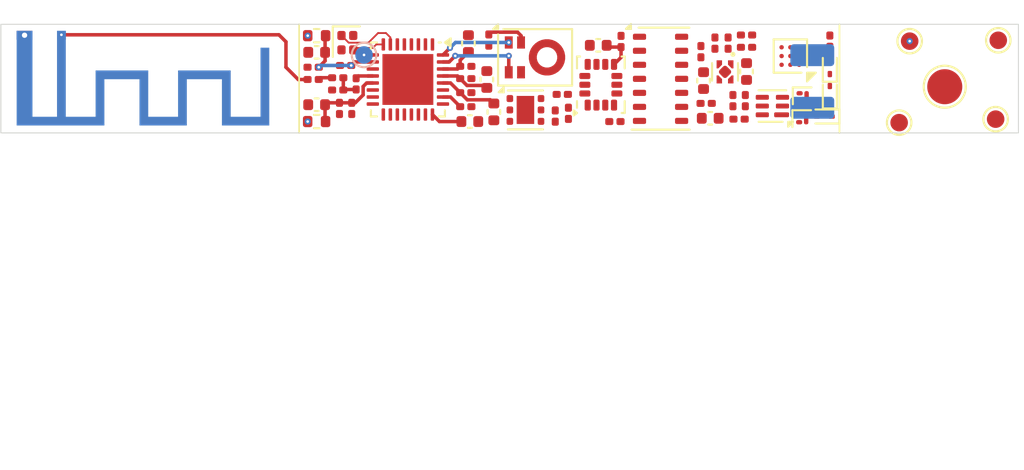
<source format=kicad_pcb>
(kicad_pcb (version 20241229) (generator "pcbnew") (generator_version "9.0")
  (layers (0 "F.Cu" signal) (2 "B.Cu" signal) (13 "F.Paste" user) (15 "B.Paste" user) (5 "F.SilkS" user "F.Silkscreen") (7 "B.SilkS" user "B.Silkscreen") (1 "F.Mask" user) (3 "B.Mask" user) (25 "Edge.Cuts" user))
  (net 0 "")
  (net 1 "VBATT")
  (net 2 "GND")
  (net 3 "VDD")
  (net 4 "tmp_int")
  (net 5 "sda")
  (net 6 "mic_clk")
  (net 7 "rst")
  (net 8 "mic_data")
  (net 9 "battery.N59")
  (net 10 "imu_int1")
  (net 11 "scl")
  (net 12 "bat_low")
  (net 13 "hbt_int")
  (net 14 "hbt.N152")
  (net 15 "imu.N233")
  (net 16 "imu_int2")
  (net 17 "imu.N232")
  (net 18 "battery.bat_qm")
  (net 19 "battery.bat_vm")
  (net 20 "battery.bat_dout")
  (net 21 "batman.batman_vdd_out")
  (net 22 "cpu.decouple")
  (net 23 "battery.bat_cout")
  (net 24 "battery.bat_vss")
  (net 25 "cpu.xin")
  (net 26 "cpu.pavdd")
  (net 27 "cpu.ant.out3")
  (net 28 "batman.bin")
  (net 29 "cpu.ant.out2")
  (net 30 "cpu.rfvdd")
  (net 31 "cpu.xout")
  (net 32 "cpu.ant.out1")
  (net 33 "cpu.ant")
  (net 34 "battery.bat2")
  (net 35 "N380")
  (net 36 "N386")
  (net 37 "N383")
  (net 38 "N385")
  (net 39 "N379")
  (net 40 "N387")
  (net 41 "cpu.N520")
  (net 42 "N382")
  (net 43 "N381")
  (net 44 "N384")
  (footprint "C_0201_0603Metric:C_0201_0603Metric" (layer "F.Cu") (at 137.8 83.15 180)
    (property "Reference" "C13" (hide yes))
    (property "Value" "18pF" (hide yes))
    (pad "1" smd roundrect (at -0.32 0 180) (size 0.46 0.4) (layers "F.Cu" "F.Mask") (net 29 "cpu.ant.out2"))
    (pad "2" smd roundrect (at 0.32 0 180) (size 0.46 0.4) (layers "F.Cu" "F.Mask") (net 27 "cpu.ant.out3"))
  )
  (footprint "C_0402_1005Metric:C_0402_1005Metric" (layer "F.Cu") (at 147.7 83.15 90)
    (property "Reference" "C8" (hide yes))
    (property "Value" "1uF" (hide yes))
    (fp_line (start -0.107836 -0.36) (end 0.107836 -0.36) (stroke (width 0.12)) (layer "F.SilkS"))
    (fp_line (start -0.107836 0.36) (end 0.107836 0.36) (stroke (width 0.12)) (layer "F.SilkS"))
    (pad "1" smd roundrect (at -0.48 0 90) (size 0.56 0.62) (layers "F.Cu" "F.Mask" "F.Paste") (net 3 "VDD"))
    (pad "2" smd roundrect (at 0.48 0 90) (size 0.56 0.62) (layers "F.Cu" "F.Mask" "F.Paste") (net 2 "GND"))
  )
  (footprint "D_SOD-923:D_SOD-923" (layer "F.Cu") (at 166.9325 85.2625 180)
    (property "Reference" "U12" (hide yes))
    (property "Value" "?" (hide yes))
    (fp_line (start 0.5 0.4) (end -0.86 0.4) (stroke (width 0.12)) (layer "F.SilkS"))
    (fp_line (start 0.5 -0.4) (end -0.86 -0.4) (stroke (width 0.12)) (layer "F.SilkS"))
    (fp_line (start -0.86 -0.4) (end -0.86 0.4) (stroke (width 0.12)) (layer "F.SilkS"))
    (pad "1" smd roundrect (at -0.42 0) (size 0.36 0.25) (layers "F.Cu" "F.Mask" "F.Paste") (net 5 "sda"))
    (pad "2" smd roundrect (at 0.42 0) (size 0.36 0.25) (layers "F.Cu" "F.Mask" "F.Paste") (net 2 "GND"))
  )
  (footprint "C_0201_0603Metric:C_0201_0603Metric" (layer "F.Cu") (at 139.2 83.75 180)
    (property "Reference" "C12" (hide yes))
    (property "Value" "1.6pF" (hide yes))
    (pad "1" smd roundrect (at -0.32 0 180) (size 0.46 0.4) (layers "F.Cu" "F.Mask") (net 32 "cpu.ant.out1"))
    (pad "2" smd roundrect (at 0.32 0 180) (size 0.46 0.4) (layers "F.Cu" "F.Mask") (net 2 "GND"))
  )
  (footprint "Crystal_SMD_1210-4Pin_1.2x1.0mm:Crystal_SMD_1210-4Pin_1.2x1.0mm" (layer "F.Cu") (at 139.75 81.05)
    (property "Reference" "Y1" (hide yes))
    (property "Value" "38.4MHz" (hide yes))
    (fp_line (start -0.83 -0.93) (end -0.83 0.81) (stroke (width 0.12)) (layer "F.SilkS"))
    (fp_line (start 0.71 -0.93) (end -0.83 -0.93) (stroke (width 0.12)) (layer "F.SilkS"))
    (pad "1" smd roundrect (at -0.335 -0.41 270) (size 0.52 0.47) (layers "F.Cu" "F.Mask" "F.Paste") (net 25 "cpu.xin"))
    (pad "2" smd roundrect (at -0.335 0.41 270) (size 0.52 0.47) (layers "F.Cu" "F.Mask" "F.Paste") (net 2 "GND"))
    (pad "3" smd roundrect (at 0.335 0.41 270) (size 0.52 0.47) (layers "F.Cu" "F.Mask" "F.Paste") (net 31 "cpu.xout"))
    (pad "4" smd roundrect (at 0.335 -0.41 270) (size 0.52 0.47) (layers "F.Cu" "F.Mask" "F.Paste") (net 2 "GND"))
  )
  (footprint "R_0201_0603Metric:R_0201_0603Metric" (layer "F.Cu") (at 152 84 180)
    (property "Reference" "R1" (hide yes))
    (property "Value" "4.7k" (hide yes))
    (pad "1" smd roundrect (at -0.32 0 180) (size 0.46 0.4) (layers "F.Cu" "F.Mask") (net 3 "VDD"))
    (pad "2" smd roundrect (at 0.32 0 180) (size 0.46 0.4) (layers "F.Cu" "F.Mask") (net 5 "sda"))
  )
  (footprint "C_0201_0603Metric:C_0201_0603Metric" (layer "F.Cu") (at 162.5025 80.6125 180)
    (property "Reference" "C1" (hide yes))
    (property "Value" "1uF" (hide yes))
    (pad "1" smd roundrect (at -0.32 0 180) (size 0.46 0.4) (layers "F.Cu" "F.Mask") (net 1 "VBATT"))
    (pad "2" smd roundrect (at 0.32 0 180) (size 0.46 0.4) (layers "F.Cu" "F.Mask") (net 2 "GND"))
  )
  (footprint "Maxim_OLGA-14_3.3x5.6mm_P0.8mm:Maxim_OLGA-14_3.3x5.6mm_P0.8mm" (layer "F.Cu") (at 157.6025 83.1125)
    (property "Reference" "U8" (hide yes))
    (property "Value" "?" (hide yes))
    (fp_line (start -1.25 -2.92) (end 1.64 -2.92) (stroke (width 0.12)) (layer "F.SilkS"))
    (fp_line (start 1.66 2.9) (end -1.65 2.9) (stroke (width 0.12)) (layer "F.SilkS"))
    (fp_poly (pts (xy -1.69 -2.85) (xy -1.97 -2.85) (xy -1.69 -3.13) (xy -1.69 -2.85)) (stroke (width 0.12)) (fill yes) (layer "F.SilkS"))
    (pad "1" smd roundrect (at -1.2 -2.4) (size 0.75 0.35) (layers "F.Cu" "F.Mask" "F.Paste") (net 14 "hbt.N152"))
    (pad "2" smd roundrect (at -1.2 -1.6) (size 0.75 0.35) (layers "F.Cu" "F.Mask" "F.Paste") (net 11 "scl"))
    (pad "3" smd roundrect (at -1.2 -0.8) (size 0.75 0.35) (layers "F.Cu" "F.Mask" "F.Paste") (net 5 "sda"))
    (pad "4" smd roundrect (at -1.2 0) (size 0.75 0.35) (layers "F.Cu" "F.Mask" "F.Paste") (net 2 "GND"))
    (pad "5" smd roundrect (at -1.2 0.8) (size 0.75 0.35) (layers "F.Cu" "F.Mask" "F.Paste") (net 14 "hbt.N152"))
    (pad "6" smd roundrect (at -1.2 1.6) (size 0.75 0.35) (layers "F.Cu" "F.Mask" "F.Paste") (net 14 "hbt.N152"))
    (pad "7" smd roundrect (at -1.2 2.4) (size 0.75 0.35) (layers "F.Cu" "F.Mask" "F.Paste") (net 14 "hbt.N152"))
    (pad "8" smd roundrect (at 1.2 2.4) (size 0.75 0.35) (layers "F.Cu" "F.Mask" "F.Paste") (net 14 "hbt.N152"))
    (pad "9" smd roundrect (at 1.2 1.6) (size 0.75 0.35) (layers "F.Cu" "F.Mask" "F.Paste") (net 1 "VBATT"))
    (pad "10" smd roundrect (at 1.2 0.8) (size 0.75 0.35) (layers "F.Cu" "F.Mask" "F.Paste") (net 1 "VBATT"))
    (pad "11" smd roundrect (at 1.2 0) (size 0.75 0.35) (layers "F.Cu" "F.Mask" "F.Paste") (net 3 "VDD"))
    (pad "12" smd roundrect (at 1.2 -0.8) (size 0.75 0.35) (layers "F.Cu" "F.Mask" "F.Paste") (net 2 "GND"))
    (pad "13" smd roundrect (at 1.2 -1.6) (size 0.75 0.35) (layers "F.Cu" "F.Mask" "F.Paste") (net 13 "hbt_int"))
    (pad "14" smd roundrect (at 1.2 -2.4) (size 0.75 0.35) (layers "F.Cu" "F.Mask" "F.Paste") (net 14 "hbt.N152"))
  )
  (footprint "Texas_PicoStar_DFN-3_0.69x0.60mm:Texas_PicoStar_DFN-3_0.69x0.60mm" (layer "F.Cu") (at 165.6775 85.4125)
    (property "Reference" "U4" (hide yes))
    (property "Value" "?" (hide yes))
    (fp_line (start -0.56 -0.51) (end 0.5 -0.51) (stroke (width 0.12)) (layer "F.SilkS"))
    (fp_line (start -0.56 0.45) (end -0.56 -0.51) (stroke (width 0.12)) (layer "F.SilkS"))
    (pad "1" smd roundrect (at -0.175 -0.175) (size 0.35 0.25) (layers "F.Cu" "F.Mask") (roundrect_rratio 0.4) (net 23 "battery.bat_cout"))
    (pad "2" smd roundrect (at -0.175 0.175) (size 0.35 0.25) (layers "F.Cu" "F.Mask") (roundrect_rratio 0.4) (net 2 "GND"))
    (pad "3" smd roundrect (at 0.225 0) (size 0.25 0.6) (layers "F.Cu" "F.Mask" "F.Paste") (roundrect_rratio 0.4) (net 18 "battery.bat_qm"))
  )
  (footprint "C_0402_1005Metric:C_0402_1005Metric" (layer "F.Cu") (at 162.5025 82.695179 90)
    (property "Reference" "C29" (hide yes))
    (property "Value" "1uF" (hide yes))
    (fp_line (start -0.107836 -0.36) (end 0.107836 -0.36) (stroke (width 0.12)) (layer "F.SilkS"))
    (fp_line (start -0.107836 0.36) (end 0.107836 0.36) (stroke (width 0.12)) (layer "F.SilkS"))
    (pad "1" smd roundrect (at -0.48 0 90) (size 0.56 0.62) (layers "F.Cu" "F.Mask" "F.Paste") (net 1 "VBATT"))
    (pad "2" smd roundrect (at 0.48 0 90) (size 0.56 0.62) (layers "F.Cu" "F.Mask" "F.Paste") (net 2 "GND"))
  )
  (footprint "L_0201_0603Metric:L_0201_0603Metric" (layer "F.Cu") (at 140.25 83.4 -90)
    (property "Reference" "L1" (hide yes))
    (property "Value" "2nH" (hide yes))
    (pad "1" smd roundrect (at -0.32 0 270) (size 0.46 0.4) (layers "F.Cu" "F.Mask") (net 33 "cpu.ant"))
    (pad "2" smd roundrect (at 0.32 0 270) (size 0.46 0.4) (layers "F.Cu" "F.Mask") (net 32 "cpu.ant.out1"))
  )
  (footprint "D_SOD-923:D_SOD-923" (layer "F.Cu") (at 167.2525 82.42 90)
    (property "Reference" "U11" (hide yes))
    (property "Value" "?" (hide yes))
    (fp_line (start 0.5 -0.4) (end -0.86 -0.4) (stroke (width 0.12)) (layer "F.SilkS"))
    (fp_line (start -0.86 -0.4) (end -0.86 0.4) (stroke (width 0.12)) (layer "F.SilkS"))
    (fp_line (start 0.5 0.4) (end -0.86 0.4) (stroke (width 0.12)) (layer "F.SilkS"))
    (pad "1" smd roundrect (at -0.42 0 270) (size 0.36 0.25) (layers "F.Cu" "F.Mask" "F.Paste") (net 1 "VBATT"))
    (pad "2" smd roundrect (at 0.42 0 270) (size 0.36 0.25) (layers "F.Cu" "F.Mask" "F.Paste") (net 2 "GND"))
  )
  (footprint "LGA-14_3x2.5mm_P0.5mm_LayoutBorder3x4y:LGA-14_3x2.5mm_P0.5mm_LayoutBorder3x4y" (layer "F.Cu") (at 154.2 83.45 90)
    (property "Reference" "U9" (hide yes))
    (property "Value" "?" (hide yes))
    (fp_line (start 1.61 -1.36) (end 1.61 -1.185) (stroke (width 0.12)) (layer "F.SilkS"))
    (fp_line (start 0.935 -1.36) (end 1.61 -1.36) (stroke (width 0.12)) (layer "F.SilkS"))
    (fp_line (start -0.935 -1.36) (end -1.31 -1.36) (stroke (width 0.12)) (layer "F.SilkS"))
    (fp_line (start 1.61 1.36) (end 1.61 1.185) (stroke (width 0.12)) (layer "F.SilkS"))
    (fp_line (start 0.935 1.36) (end 1.61 1.36) (stroke (width 0.12)) (layer "F.SilkS"))
    (fp_line (start -0.935 1.36) (end -1.61 1.36) (stroke (width 0.12)) (layer "F.SilkS"))
    (fp_line (start -1.61 1.36) (end -1.61 1.185) (stroke (width 0.12)) (layer "F.SilkS"))
    (fp_poly (pts (xy -1.61 -1.36) (xy -1.75 -1.55) (xy -1.47 -1.55) (xy -1.61 -1.36)) (stroke (width 0.12)) (fill yes) (layer "F.SilkS"))
    (pad "1" smd roundrect (at -1.1625 -0.75 90) (size 0.625 0.35) (layers "F.Cu" "F.Mask" "F.Paste") (net 2 "GND"))
    (pad "2" smd roundrect (at -1.1625 -0.25 90) (size 0.625 0.35) (layers "F.Cu" "F.Mask" "F.Paste") (net 2 "GND"))
    (pad "3" smd roundrect (at -1.1625 0.25 90) (size 0.625 0.35) (layers "F.Cu" "F.Mask" "F.Paste") (net 2 "GND"))
    (pad "4" smd roundrect (at -1.1625 0.75 90) (size 0.625 0.35) (layers "F.Cu" "F.Mask" "F.Paste") (net 10 "imu_int1"))
    (pad "5" smd roundrect (at -0.5 0.9125 90) (size 0.35 0.625) (layers "F.Cu" "F.Mask" "F.Paste") (net 3 "VDD"))
    (pad "6" smd roundrect (at 0 0.9125 90) (size 0.35 0.625) (layers "F.Cu" "F.Mask" "F.Paste") (net 2 "GND"))
    (pad "7" smd roundrect (at 0.5 0.9125 90) (size 0.35 0.625) (layers "F.Cu" "F.Mask" "F.Paste") (net 2 "GND"))
    (pad "8" smd roundrect (at 1.1625 0.75 90) (size 0.625 0.35) (layers "F.Cu" "F.Mask" "F.Paste") (net 3 "VDD"))
    (pad "9" smd roundrect (at 1.1625 0.25 90) (size 0.625 0.35) (layers "F.Cu" "F.Mask" "F.Paste") (net 16 "imu_int2"))
    (pad "10" smd roundrect (at 1.1625 -0.25 90) (size 0.625 0.35) (layers "F.Cu" "F.Mask" "F.Paste") (net 17 "imu.N232"))
    (pad "11" smd roundrect (at 1.1625 -0.75 90) (size 0.625 0.35) (layers "F.Cu" "F.Mask" "F.Paste") (net 15 "imu.N233"))
    (pad "12" smd roundrect (at 0.5 -0.9125 90) (size 0.35 0.625) (layers "F.Cu" "F.Mask" "F.Paste") (net 3 "VDD"))
    (pad "13" smd roundrect (at 0 -0.9125 90) (size 0.35 0.625) (layers "F.Cu" "F.Mask" "F.Paste") (net 11 "scl"))
    (pad "14" smd roundrect (at -0.5 -0.9125 90) (size 0.35 0.625) (layers "F.Cu" "F.Mask" "F.Paste") (net 5 "sda"))
  )
  (footprint "C_0201_0603Metric:C_0201_0603Metric" (layer "F.Cu") (at 146.5 82.4)
    (property "Reference" "C11" (hide yes))
    (property "Value" "100nF" (hide yes))
    (pad "1" smd roundrect (at -0.32 0) (size 0.46 0.4) (layers "F.Cu" "F.Mask") (net 3 "VDD"))
    (pad "2" smd roundrect (at 0.32 0) (size 0.46 0.4) (layers "F.Cu" "F.Mask") (net 2 "GND"))
  )
  (footprint "C_0201_0603Metric:C_0201_0603Metric" (layer "F.Cu") (at 146.5 83.1)
    (property "Reference" "C9" (hide yes))
    (property "Value" "10nF" (hide yes))
    (pad "1" smd roundrect (at -0.32 0) (size 0.46 0.4) (layers "F.Cu" "F.Mask") (net 3 "VDD"))
    (pad "2" smd roundrect (at 0.32 0) (size 0.46 0.4) (layers "F.Cu" "F.Mask") (net 2 "GND"))
  )
  (footprint "C_0201_0603Metric:C_0201_0603Metric" (layer "F.Cu") (at 140 84.8 -90)
    (property "Reference" "C14" (hide yes))
    (property "Value" "120pF" (hide yes))
    (pad "1" smd roundrect (at -0.32 0 270) (size 0.46 0.4) (layers "F.Cu" "F.Mask") (net 26 "cpu.pavdd"))
    (pad "2" smd roundrect (at 0.32 0 270) (size 0.46 0.4) (layers "F.Cu" "F.Mask") (net 2 "GND"))
  )
  (footprint "R_0402_1005Metric:R_0402_1005Metric" (layer "F.Cu") (at 138 80.65)
    (property "Reference" "FB2" (hide yes))
    (property "Value" "0 0Hz" (hide yes))
    (fp_line (start -0.153641 -0.38) (end 0.153641 -0.38) (stroke (width 0.12)) (layer "F.SilkS"))
    (fp_line (start -0.153641 0.38) (end 0.153641 0.38) (stroke (width 0.12)) (layer "F.SilkS"))
    (pad "1" smd roundrect (at -0.51 0) (size 0.54 0.64) (layers "F.Cu" "F.Mask" "F.Paste") (net 3 "VDD"))
    (pad "2" smd roundrect (at 0.51 0) (size 0.54 0.64) (layers "F.Cu" "F.Mask" "F.Paste") (net 30 "cpu.rfvdd"))
  )
  (footprint "Infineon_PG-LLGA-5-1:Infineon_PG-LLGA-5-1" (layer "F.Cu") (at 150.45 81.8875)
    (property "Reference" "U10" (hide yes))
    (property "Value" "?" (hide yes))
    (fp_line (start -2.11 1.61) (end -2.11 -1.31) (stroke (width 0.12)) (layer "F.SilkS"))
    (fp_line (start -1.81 -1.61) (end 2.11 -1.61) (stroke (width 0.12)) (layer "F.SilkS"))
    (fp_line (start 2.11 -1.61) (end 2.11 1.61) (stroke (width 0.12)) (layer "F.SilkS"))
    (fp_line (start 2.11 1.61) (end -2.11 1.61) (stroke (width 0.12)) (layer "F.SilkS"))
    (fp_poly (pts (xy -2.11 -1.61) (xy -2.39 -1.61) (xy -2.11 -1.89) (xy -2.11 -1.61)) (stroke (width 0.12)) (fill yes) (layer "F.SilkS"))
    (pad "" np_thru_hole circle (at 0.68 0) (size 0.8 0.8) (drill 0.8) (layers "*.Cu" "*.Mask"))
    (pad "1" smd rect (at -1.5 -0.85) (size 0.45 0.7) (layers "F.Cu" "F.Mask") (net 8 "mic_data"))
    (pad "2" smd rect (at -0.8 -0.85) (size 0.45 0.7) (layers "F.Cu" "F.Mask") (net 3 "VDD"))
    (pad "3" smd rect (at -1.5 0.85) (size 0.45 0.7) (layers "F.Cu" "F.Mask") (net 6 "mic_clk"))
    (pad "4" smd rect (at -0.8 0.85) (size 0.45 0.7) (layers "F.Cu" "F.Mask") (net 2 "GND"))
    (pad "5" smd custom (at 0.68 -0.81) (size 0.4 0.4) (layers "F.Cu" "F.Mask") (net 2 "GND") (options (clearance outline) (anchor circle)) (primitives (gr_circle (center 0 0.81) (end 0.81 0.81) (width 0.46) (fill no))))
  )
  (footprint "D_SOD-923:D_SOD-923" (layer "F.Cu") (at 167.2525 83.9425 90)
    (property "Reference" "U13" (hide yes))
    (property "Value" "?" (hide yes))
    (fp_line (start 0.5 -0.4) (end -0.86 -0.4) (stroke (width 0.12)) (layer "F.SilkS"))
    (fp_line (start -0.86 -0.4) (end -0.86 0.4) (stroke (width 0.12)) (layer "F.SilkS"))
    (fp_line (start 0.5 0.4) (end -0.86 0.4) (stroke (width 0.12)) (layer "F.SilkS"))
    (pad "1" smd roundrect (at -0.42 0 270) (size 0.36 0.25) (layers "F.Cu" "F.Mask" "F.Paste") (net 11 "scl"))
    (pad "2" smd roundrect (at 0.42 0 270) (size 0.36 0.25) (layers "F.Cu" "F.Mask" "F.Paste") (net 2 "GND"))
  )
  (footprint "L_0201_0603Metric:L_0201_0603Metric" (layer "F.Cu") (at 139.2 83.05 180)
    (property "Reference" "L2" (hide yes))
    (property "Value" "3.2nH" (hide yes))
    (pad "1" smd roundrect (at -0.32 0 180) (size 0.46 0.4) (layers "F.Cu" "F.Mask") (net 32 "cpu.ant.out1"))
    (pad "2" smd roundrect (at 0.32 0 180) (size 0.46 0.4) (layers "F.Cu" "F.Mask") (net 29 "cpu.ant.out2"))
  )
  (footprint "C_0201_0603Metric:C_0201_0603Metric" (layer "F.Cu") (at 155 85.55 180)
    (property "Reference" "C24" (hide yes))
    (property "Value" "100nF" (hide yes))
    (pad "1" smd roundrect (at -0.32 0 180) (size 0.46 0.4) (layers "F.Cu" "F.Mask") (net 3 "VDD"))
    (pad "2" smd roundrect (at 0.32 0 180) (size 0.46 0.4) (layers "F.Cu" "F.Mask") (net 2 "GND"))
  )
  (footprint "C_0201_0603Metric:C_0201_0603Metric" (layer "F.Cu") (at 160.2025 84.5125)
    (property "Reference" "C21" (hide yes))
    (property "Value" "100nF" (hide yes))
    (pad "1" smd roundrect (at -0.32 0) (size 0.46 0.4) (layers "F.Cu" "F.Mask") (net 1 "VBATT"))
    (pad "2" smd roundrect (at 0.32 0) (size 0.46 0.4) (layers "F.Cu" "F.Mask") (net 2 "GND"))
  )
  (footprint "C_0201_0603Metric:C_0201_0603Metric" (layer "F.Cu") (at 137.8 82.45 180)
    (property "Reference" "C18" (hide yes))
    (property "Value" "100nF" (hide yes))
    (pad "1" smd roundrect (at -0.32 0 180) (size 0.46 0.4) (layers "F.Cu" "F.Mask") (net 30 "cpu.rfvdd"))
    (pad "2" smd roundrect (at 0.32 0 180) (size 0.46 0.4) (layers "F.Cu" "F.Mask") (net 2 "GND"))
  )
  (footprint "C_0201_0603Metric:C_0201_0603Metric" (layer "F.Cu") (at 159.9025 81.5625 90)
    (property "Reference" "C23" (hide yes))
    (property "Value" "100nF" (hide yes))
    (pad "1" smd roundrect (at -0.32 0 90) (size 0.46 0.4) (layers "F.Cu" "F.Mask") (net 3 "VDD"))
    (pad "2" smd roundrect (at 0.32 0 90) (size 0.46 0.4) (layers "F.Cu" "F.Mask") (net 2 "GND"))
  )
  (footprint "R_0201_0603Metric:R_0201_0603Metric" (layer "F.Cu") (at 161.7275 84.3575 -90)
    (property "Reference" "R5" (hide yes))
    (property "Value" "330" (hide yes))
    (pad "1" smd roundrect (at -0.32 0 270) (size 0.46 0.4) (layers "F.Cu" "F.Mask") (net 1 "VBATT"))
    (pad "2" smd roundrect (at 0.32 0 270) (size 0.46 0.4) (layers "F.Cu" "F.Mask") (net 34 "battery.bat2"))
  )
  (footprint "C_0201_0603Metric:C_0201_0603Metric" (layer "F.Cu") (at 146.5 84.7)
    (property "Reference" "C7" (hide yes))
    (property "Value" "100nF" (hide yes))
    (pad "1" smd roundrect (at -0.32 0) (size 0.46 0.4) (layers "F.Cu" "F.Mask") (net 3 "VDD"))
    (pad "2" smd roundrect (at 0.32 0) (size 0.46 0.4) (layers "F.Cu" "F.Mask") (net 2 "GND"))
  )
  (footprint "WSON-6-1EP_2x2mm_P0.65mm_EP1x1.6mm:WSON-6-1EP_2x2mm_P0.65mm_EP1x1.6mm" (layer "F.Cu") (at 149.9 84.8875)
    (property "Reference" "U14" (hide yes))
    (property "Value" "?" (hide yes))
    (fp_line (start -1 -1.11) (end 1 -1.11) (stroke (width 0.12)) (layer "F.SilkS"))
    (fp_line (start -1 1.11) (end 1 1.11) (stroke (width 0.12)) (layer "F.SilkS"))
    (fp_poly (pts (xy -1.24 -1.01) (xy -1.52 -1.01) (xy -1.24 -1.29) (xy -1.24 -1.01)) (stroke (width 0.12)) (fill yes) (layer "F.SilkS"))
    (pad "1" smd roundrect (at -0.8875 -0.65) (size 0.375 0.4) (layers "F.Cu" "F.Mask" "F.Paste") (net 11 "scl"))
    (pad "2" smd roundrect (at -0.8875 0) (size 0.375 0.4) (layers "F.Cu" "F.Mask" "F.Paste") (net 2 "GND"))
    (pad "3" smd roundrect (at -0.8875 0.65) (size 0.375 0.4) (layers "F.Cu" "F.Mask" "F.Paste") (net 4 "tmp_int"))
    (pad "4" smd roundrect (at 0.8875 0.65) (size 0.375 0.4) (layers "F.Cu" "F.Mask" "F.Paste") (net 2 "GND"))
    (pad "5" smd roundrect (at 0.8875 0) (size 0.375 0.4) (layers "F.Cu" "F.Mask" "F.Paste") (net 3 "VDD"))
    (pad "6" smd roundrect (at 0.8875 -0.65) (size 0.375 0.4) (layers "F.Cu" "F.Mask" "F.Paste") (net 5 "sda"))
    (pad "7" smd rect (at 0 0) (size 1 1.6) (property pad_prop_heatsink) (layers "F.Cu" "F.Mask"))
  )
  (footprint "TestPoint_Pad_D2.0mm:TestPoint_Pad_D2.0mm" (layer "F.Cu") (at 173.8025 83.5625)
    (property "Reference" "TP2" (hide yes))
    (property "Value" " " (hide yes))
    (fp_circle (center 0 0) (end 0 1.2) (stroke (width 0.12)) (fill no) (layer "F.SilkS"))
    (pad "1" smd circle (at 0 0) (size 2 2) (layers "F.Cu" "F.Mask") (net 1 "VBATT"))
  )
  (footprint "Texas_PicoStar_DFN-3_0.69x0.60mm:Texas_PicoStar_DFN-3_0.69x0.60mm" (layer "F.Cu") (at 165.7025 84.1125)
    (property "Reference" "U3" (hide yes))
    (property "Value" "?" (hide yes))
    (fp_line (start -0.56 -0.51) (end 0.5 -0.51) (stroke (width 0.12)) (layer "F.SilkS"))
    (fp_line (start -0.56 0.45) (end -0.56 -0.51) (stroke (width 0.12)) (layer "F.SilkS"))
    (pad "1" smd roundrect (at -0.175 -0.175) (size 0.35 0.25) (layers "F.Cu" "F.Mask") (roundrect_rratio 0.4) (net 20 "battery.bat_dout"))
    (pad "2" smd roundrect (at -0.175 0.175) (size 0.35 0.25) (layers "F.Cu" "F.Mask") (roundrect_rratio 0.4) (net 24 "battery.bat_vss"))
    (pad "3" smd roundrect (at 0.225 0) (size 0.25 0.6) (layers "F.Cu" "F.Mask" "F.Paste") (roundrect_rratio 0.4) (net 18 "battery.bat_qm"))
  )
  (footprint "WSON-6_1.5x1.5mm_P0.5mm:WSON-6_1.5x1.5mm_P0.5mm" (layer "F.Cu") (at 163.9775 84.665 180)
    (property "Reference" "U5" (hide yes))
    (property "Value" "?" (hide yes))
    (fp_line (start -0.58 -0.9) (end 0.78 -0.9) (stroke (width 0.12)) (layer "F.SilkS"))
    (fp_line (start -0.785 0.9) (end 0.785 0.9) (stroke (width 0.12)) (layer "F.SilkS"))
    (fp_poly (pts (xy -0.9 -0.9) (xy -1.18 -0.9) (xy -0.9 -1.18) (xy -0.9 -0.9)) (stroke (width 0.12)) (fill yes) (layer "F.SilkS"))
    (pad "1" smd roundrect (at -0.525 -0.5 90) (size 0.28 0.85) (layers "F.Cu" "F.Mask" "F.Paste") (net 9 "battery.N59"))
    (pad "2" smd roundrect (at -0.575 0 90) (size 0.28 0.75) (layers "F.Cu" "F.Mask" "F.Paste") (net 23 "battery.bat_cout"))
    (pad "3" smd roundrect (at -0.575 0.5 90) (size 0.28 0.75) (layers "F.Cu" "F.Mask" "F.Paste") (net 20 "battery.bat_dout"))
    (pad "4" smd roundrect (at 0.575 0.5 90) (size 0.28 0.75) (layers "F.Cu" "F.Mask" "F.Paste") (net 24 "battery.bat_vss"))
    (pad "5" smd roundrect (at 0.575 0 90) (size 0.28 0.75) (layers "F.Cu" "F.Mask" "F.Paste") (net 34 "battery.bat2"))
    (pad "6" smd roundrect (at 0.575 -0.5 90) (size 0.28 0.75) (layers "F.Cu" "F.Mask" "F.Paste") (net 19 "battery.bat_vm"))
  )
  (footprint "C_0402_1005Metric:C_0402_1005Metric" (layer "F.Cu") (at 137.997857 84.5875 180)
    (property "Reference" "C16" (hide yes))
    (property "Value" "1uF" (hide yes))
    (fp_line (start -0.107836 0.36) (end 0.107836 0.36) (stroke (width 0.12)) (layer "F.SilkS"))
    (fp_line (start -0.107836 -0.36) (end 0.107836 -0.36) (stroke (width 0.12)) (layer "F.SilkS"))
    (pad "1" smd roundrect (at -0.48 0 180) (size 0.56 0.62) (layers "F.Cu" "F.Mask" "F.Paste") (net 26 "cpu.pavdd"))
    (pad "2" smd roundrect (at 0.48 0 180) (size 0.56 0.62) (layers "F.Cu" "F.Mask" "F.Paste") (net 2 "GND"))
  )
  (footprint "C_0402_1005Metric:C_0402_1005Metric" (layer "F.Cu") (at 146.73 85.55)
    (property "Reference" "C4" (hide yes))
    (property "Value" "1uF" (hide yes))
    (fp_line (start -0.107836 -0.36) (end 0.107836 -0.36) (stroke (width 0.12)) (layer "F.SilkS"))
    (fp_line (start -0.107836 0.36) (end 0.107836 0.36) (stroke (width 0.12)) (layer "F.SilkS"))
    (pad "1" smd roundrect (at -0.48 0) (size 0.56 0.62) (layers "F.Cu" "F.Mask" "F.Paste") (net 22 "cpu.decouple"))
    (pad "2" smd roundrect (at 0.48 0) (size 0.56 0.62) (layers "F.Cu" "F.Mask" "F.Paste") (net 2 "GND"))
  )
  (footprint "R_0402_1005Metric:R_0402_1005Metric" (layer "F.Cu") (at 137.997857 85.55)
    (property "Reference" "FB1" (hide yes))
    (property "Value" "0 0Hz" (hide yes))
    (fp_line (start -0.153641 -0.38) (end 0.153641 -0.38) (stroke (width 0.12)) (layer "F.SilkS"))
    (fp_line (start -0.153641 0.38) (end 0.153641 0.38) (stroke (width 0.12)) (layer "F.SilkS"))
    (pad "1" smd roundrect (at -0.51 0) (size 0.54 0.64) (layers "F.Cu" "F.Mask" "F.Paste") (net 3 "VDD"))
    (pad "2" smd roundrect (at 0.51 0) (size 0.54 0.64) (layers "F.Cu" "F.Mask" "F.Paste") (net 26 "cpu.pavdd"))
  )
  (footprint "C_0201_0603Metric:C_0201_0603Metric" (layer "F.Cu") (at 162.435 84.3575 90)
    (property "Reference" "C3" (hide yes))
    (property "Value" "100nF" (hide yes))
    (pad "1" smd roundrect (at -0.32 0 90) (size 0.46 0.4) (layers "F.Cu" "F.Mask") (net 34 "battery.bat2"))
    (pad "2" smd roundrect (at 0.32 0 90) (size 0.46 0.4) (layers "F.Cu" "F.Mask") (net 24 "battery.bat_vss"))
  )
  (footprint "C_0402_1005Metric:C_0402_1005Metric" (layer "F.Cu") (at 148.1 85 -90)
    (property "Reference" "C5" (hide yes))
    (property "Value" "10uF" (hide yes))
    (fp_line (start -0.107836 0.36) (end 0.107836 0.36) (stroke (width 0.12)) (layer "F.SilkS"))
    (fp_line (start -0.107836 -0.36) (end 0.107836 -0.36) (stroke (width 0.12)) (layer "F.SilkS"))
    (pad "1" smd roundrect (at -0.48 0 270) (size 0.56 0.62) (layers "F.Cu" "F.Mask" "F.Paste") (net 3 "VDD"))
    (pad "2" smd roundrect (at 0.48 0 270) (size 0.56 0.62) (layers "F.Cu" "F.Mask" "F.Paste") (net 2 "GND"))
  )
  (footprint "C_0201_0603Metric:C_0201_0603Metric" (layer "F.Cu") (at 147.8125 80.9 -90)
    (property "Reference" "C27" (hide yes))
    (property "Value" "100nF" (hide yes))
    (pad "1" smd roundrect (at -0.32 0 270) (size 0.46 0.4) (layers "F.Cu" "F.Mask") (net 3 "VDD"))
    (pad "2" smd roundrect (at 0.32 0 270) (size 0.46 0.4) (layers "F.Cu" "F.Mask") (net 2 "GND"))
  )
  (footprint "C_0402_1005Metric:C_0402_1005Metric" (layer "F.Cu") (at 160.4325 85.3625)
    (property "Reference" "C20" (hide yes))
    (property "Value" "10uF" (hide yes))
    (fp_line (start -0.107836 -0.36) (end 0.107836 -0.36) (stroke (width 0.12)) (layer "F.SilkS"))
    (fp_line (start -0.107836 0.36) (end 0.107836 0.36) (stroke (width 0.12)) (layer "F.SilkS"))
    (pad "1" smd roundrect (at -0.48 0) (size 0.56 0.62) (layers "F.Cu" "F.Mask" "F.Paste") (net 1 "VBATT"))
    (pad "2" smd roundrect (at 0.48 0) (size 0.56 0.62) (layers "F.Cu" "F.Mask" "F.Paste") (net 2 "GND"))
  )
  (footprint "C_0201_0603Metric:C_0201_0603Metric" (layer "F.Cu") (at 139.3 84.8 -90)
    (property "Reference" "C15" (hide yes))
    (property "Value" "100nF" (hide yes))
    (pad "1" smd roundrect (at -0.32 0 270) (size 0.46 0.4) (layers "F.Cu" "F.Mask") (net 26 "cpu.pavdd"))
    (pad "2" smd roundrect (at 0.32 0 270) (size 0.46 0.4) (layers "F.Cu" "F.Mask") (net 2 "GND"))
  )
  (footprint "C_0402_1005Metric:C_0402_1005Metric" (layer "F.Cu") (at 160.0525 83.2125 -90)
    (property "Reference" "C22" (hide yes))
    (property "Value" "4.7uF" (hide yes))
    (fp_line (start -0.107836 0.36) (end 0.107836 0.36) (stroke (width 0.12)) (layer "F.SilkS"))
    (fp_line (start -0.107836 -0.36) (end 0.107836 -0.36) (stroke (width 0.12)) (layer "F.SilkS"))
    (pad "1" smd roundrect (at -0.48 0 270) (size 0.56 0.62) (layers "F.Cu" "F.Mask" "F.Paste") (net 3 "VDD"))
    (pad "2" smd roundrect (at 0.48 0 270) (size 0.56 0.62) (layers "F.Cu" "F.Mask" "F.Paste") (net 2 "GND"))
  )
  (footprint "C_0201_0603Metric:C_0201_0603Metric" (layer "F.Cu") (at 151.6 85.2375 -90)
    (property "Reference" "C28" (hide yes))
    (property "Value" "100nF" (hide yes))
    (pad "1" smd roundrect (at -0.32 0 270) (size 0.46 0.4) (layers "F.Cu" "F.Mask") (net 3 "VDD"))
    (pad "2" smd roundrect (at 0.32 0 270) (size 0.46 0.4) (layers "F.Cu" "F.Mask") (net 2 "GND"))
  )
  (footprint "C_0402_1005Metric:C_0402_1005Metric" (layer "F.Cu") (at 154.05 81.2 180)
    (property "Reference" "C26" (hide yes))
    (property "Value" "1uF" (hide yes))
    (fp_line (start -0.107836 0.36) (end 0.107836 0.36) (stroke (width 0.12)) (layer "F.SilkS"))
    (fp_line (start -0.107836 -0.36) (end 0.107836 -0.36) (stroke (width 0.12)) (layer "F.SilkS"))
    (pad "1" smd roundrect (at -0.48 0 180) (size 0.56 0.62) (layers "F.Cu" "F.Mask" "F.Paste") (net 3 "VDD"))
    (pad "2" smd roundrect (at 0.48 0 180) (size 0.56 0.62) (layers "F.Cu" "F.Mask" "F.Paste") (net 2 "GND"))
  )
  (footprint "R_0201_0603Metric:R_0201_0603Metric" (layer "F.Cu") (at 152.35 85.08 -90)
    (property "Reference" "R2" (hide yes))
    (property "Value" "4.7k" (hide yes))
    (pad "1" smd roundrect (at -0.32 0 270) (size 0.46 0.4) (layers "F.Cu" "F.Mask") (net 3 "VDD"))
    (pad "2" smd roundrect (at 0.32 0 270) (size 0.46 0.4) (layers "F.Cu" "F.Mask") (net 11 "scl"))
  )
  (footprint "BGA-9_1.6x1.6mm_Layout3x3_P0.5mm:BGA-9_1.6x1.6mm_Layout3x3_P0.5mm" (layer "F.Cu") (at 165.0025 81.8125 180)
    (property "Reference" "U1" (hide yes))
    (property "Value" "?" (hide yes))
    (fp_line (start 0.95 0.95) (end 0.95 -0.95) (stroke (width 0.12)) (layer "F.SilkS"))
    (fp_line (start 0.95 -0.95) (end -0.63 -0.95) (stroke (width 0.12)) (layer "F.SilkS"))
    (fp_line (start -0.95 0.95) (end 0.95 0.95) (stroke (width 0.12)) (layer "F.SilkS"))
    (fp_line (start -0.95 -0.63) (end -0.95 0.95) (stroke (width 0.12)) (layer "F.SilkS"))
    (fp_poly (pts (xy -0.95 -0.95) (xy -1.45 -0.95) (xy -0.95 -1.45) (xy -0.95 -0.95)) (stroke (width 0.12)) (fill yes) (layer "F.SilkS"))
    (pad "A1" smd circle (at -0.5 -0.5 180) (size 0.25 0.25) (property pad_prop_bga) (layers "F.Cu" "F.Mask" "F.Paste") (net 12 "bat_low"))
    (pad "A2" smd circle (at 0 -0.5 180) (size 0.25 0.25) (property pad_prop_bga) (layers "F.Cu" "F.Mask" "F.Paste") (net 5 "sda"))
    (pad "A3" smd circle (at 0.5 -0.5 180) (size 0.25 0.25) (property pad_prop_bga) (layers "F.Cu" "F.Mask" "F.Paste") (net 11 "scl"))
    (pad "B1" smd circle (at -0.5 0 180) (size 0.25 0.25) (property pad_prop_bga) (layers "F.Cu" "F.Mask" "F.Paste") (net 28 "batman.bin"))
    (pad "B2" smd circle (at 0 0 180) (size 0.25 0.25) (property pad_prop_bga) (layers "F.Cu" "F.Mask" "F.Paste") (net 2 "GND"))
    (pad "B3" smd circle (at 0.5 0 180) (size 0.25 0.25) (property pad_prop_bga) (layers "F.Cu" "F.Mask" "F.Paste") (net 21 "batman.batman_vdd_out"))
    (pad "C1" smd circle (at -0.5 0.5 180) (size 0.25 0.25) (property pad_prop_bga) (layers "F.Cu" "F.Mask" "F.Paste") (net 2 "GND"))
    (pad "C2" smd circle (at 0 0.5 180) (size 0.25 0.25) (property pad_prop_bga) (layers "F.Cu" "F.Mask" "F.Paste") (net 3 "VDD"))
    (pad "C3" smd circle (at 0.5 0.5 180) (size 0.25 0.25) (property pad_prop_bga) (layers "F.Cu" "F.Mask" "F.Paste") (net 1 "VBATT"))
  )
  (footprint "TestPoint_Pad_D1.0mm:TestPoint_Pad_D1.0mm" (layer "F.Cu") (at 176.8525 80.9125)
    (property "Reference" "TP4" (hide yes))
    (property "Value" " " (hide yes))
    (fp_circle (center 0 0) (end 0 0.7) (stroke (width 0.12)) (fill no) (layer "F.SilkS"))
    (pad "1" smd circle (at 0 0) (size 1 1) (layers "F.Cu" "F.Mask") (net 11 "scl"))
  )
  (footprint "Texas_X2SON-4_1x1mm_P0.65mm:Texas_X2SON-4_1x1mm_P0.65mm" (layer "F.Cu") (at 161.2775 82.715179 -90)
    (property "Reference" "U15" (hide yes))
    (property "Value" "?" (hide yes))
    (fp_line (start -0.5 0.74) (end 0.5 0.74) (stroke (width 0.12)) (layer "F.SilkS"))
    (fp_line (start -0.5 -0.74) (end 0.5 -0.74) (stroke (width 0.12)) (layer "F.SilkS"))
    (fp_circle (center -1 -0.45) (end -0.86 -0.46) (fill yes) (layer "F.SilkS"))
    (pad "1" smd custom (at -0.43 -0.325 270) (size 0.148492 0.148492) (layers "F.Cu") (net 3 "VDD") (options (clearance outline) (anchor circle)) (primitives (gr_poly (pts (xy 0.23 -0.054289) (xy 0.020711 0.155) (xy -0.23 0.155) (xy -0.23 -0.155) (xy 0.23 -0.155)) (width 0) (fill yes))))
    (pad "2" smd custom (at -0.43 0.325 270) (size 0.148492 0.148492) (layers "F.Cu") (net 2 "GND") (options (clearance outline) (anchor circle)) (primitives (gr_poly (pts (xy 0.23 0.054289) (xy 0.23 0.155) (xy -0.23 0.155) (xy -0.23 -0.155) (xy 0.020711 -0.155)) (width 0) (fill yes))))
    (pad "3" smd custom (at 0.43 0.325 270) (size 0.148492 0.148492) (layers "F.Cu") (net 1 "VBATT") (options (clearance outline) (anchor circle)) (primitives (gr_poly (pts (xy 0.23 0.155) (xy -0.23 0.155) (xy -0.23 0.054289) (xy -0.020711 -0.155) (xy 0.23 -0.155)) (width 0) (fill yes))))
    (pad "4" smd custom (at 0.43 -0.325 270) (size 0.148492 0.148492) (layers "F.Cu") (net 1 "VBATT") (options (clearance outline) (anchor circle)) (primitives (gr_poly (pts (xy 0.23 0.155) (xy -0.020711 0.155) (xy -0.23 -0.054289) (xy -0.23 -0.155) (xy 0.23 -0.155)) (width 0) (fill yes))))
    (pad "5" smd roundrect (at 0 0 315) (size 0.58 0.58) (layers "F.Cu" "F.Mask" "F.Paste") (net 2 "GND"))
  )
  (footprint "C_0402_1005Metric:C_0402_1005Metric" (layer "F.Cu") (at 138 81.6 180)
    (property "Reference" "C19" (hide yes))
    (property "Value" "1uF" (hide yes))
    (fp_line (start -0.107836 0.36) (end 0.107836 0.36) (stroke (width 0.12)) (layer "F.SilkS"))
    (fp_line (start -0.107836 -0.36) (end 0.107836 -0.36) (stroke (width 0.12)) (layer "F.SilkS"))
    (pad "1" smd roundrect (at -0.48 0 180) (size 0.56 0.62) (layers "F.Cu" "F.Mask" "F.Paste") (net 30 "cpu.rfvdd"))
    (pad "2" smd roundrect (at 0.48 0 180) (size 0.56 0.62) (layers "F.Cu" "F.Mask" "F.Paste") (net 2 "GND"))
  )
  (footprint "TestPoint_Pad_D1.0mm:TestPoint_Pad_D1.0mm" (layer "F.Cu") (at 171.8025 80.9625)
    (property "Reference" "TP6" (hide yes))
    (property "Value" " " (hide yes))
    (fp_circle (center 0 0) (end 0 0.7) (stroke (width 0.12)) (fill no) (layer "F.SilkS"))
    (pad "1" smd circle (at 0 0) (size 1 1) (layers "F.Cu" "F.Mask") (net 2 "GND"))
  )
  (footprint "C_0201_0603Metric:C_0201_0603Metric" (layer "F.Cu") (at 162.5025 81.3125 180)
    (property "Reference" "C2" (hide yes))
    (property "Value" "2.2uF" (hide yes))
    (pad "1" smd roundrect (at -0.32 0 180) (size 0.46 0.4) (layers "F.Cu" "F.Mask") (net 21 "batman.batman_vdd_out"))
    (pad "2" smd roundrect (at 0.32 0 180) (size 0.46 0.4) (layers "F.Cu" "F.Mask") (net 2 "GND"))
  )
  (footprint "C_0201_0603Metric:C_0201_0603Metric" (layer "F.Cu") (at 146.5 83.9)
    (property "Reference" "C6" (hide yes))
    (property "Value" "100nF" (hide yes))
    (pad "1" smd roundrect (at -0.32 0) (size 0.46 0.4) (layers "F.Cu" "F.Mask") (net 3 "VDD"))
    (pad "2" smd roundrect (at 0.32 0) (size 0.46 0.4) (layers "F.Cu" "F.Mask") (net 2 "GND"))
  )
  (footprint "C_0201_0603Metric:C_0201_0603Metric" (layer "F.Cu") (at 155.35 80.98 90)
    (property "Reference" "C25" (hide yes))
    (property "Value" "100nF" (hide yes))
    (pad "1" smd roundrect (at -0.32 0 90) (size 0.46 0.4) (layers "F.Cu" "F.Mask") (net 3 "VDD"))
    (pad "2" smd roundrect (at 0.32 0 90) (size 0.46 0.4) (layers "F.Cu" "F.Mask") (net 2 "GND"))
  )
  (footprint "TestPoint_Pad_D1.0mm:TestPoint_Pad_D1.0mm" (layer "F.Cu") (at 176.7025 85.4125)
    (property "Reference" "TP5" (hide yes))
    (property "Value" " " (hide yes))
    (fp_circle (center 0 0) (end 0 0.7) (stroke (width 0.12)) (fill no) (layer "F.SilkS"))
    (pad "1" smd circle (at 0 0) (size 1 1) (layers "F.Cu" "F.Mask") (net 2 "GND"))
  )
  (footprint "TestPoint_Pad_D1.0mm:TestPoint_Pad_D1.0mm" (layer "F.Cu") (at 171.2025 85.6125)
    (property "Reference" "TP3" (hide yes))
    (property "Value" " " (hide yes))
    (fp_circle (center 0 0) (end 0 0.7) (stroke (width 0.12)) (fill no) (layer "F.SilkS"))
    (pad "1" smd circle (at 0 0) (size 1 1) (layers "F.Cu" "F.Mask") (net 5 "sda"))
  )
  (footprint "R_0201_0603Metric:R_0201_0603Metric" (layer "F.Cu") (at 162.0775 85.4125 180)
    (property "Reference" "R4" (hide yes))
    (property "Value" "2.2k" (hide yes))
    (pad "1" smd roundrect (at -0.32 0 180) (size 0.46 0.4) (layers "F.Cu" "F.Mask") (net 19 "battery.bat_vm"))
    (pad "2" smd roundrect (at 0.32 0 180) (size 0.46 0.4) (layers "F.Cu" "F.Mask") (net 2 "GND"))
  )
  (footprint "C_0402_1005Metric:C_0402_1005Metric" (layer "F.Cu") (at 146.65 81.1 90)
    (property "Reference" "C10" (hide yes))
    (property "Value" "1uF" (hide yes))
    (fp_line (start -0.107836 -0.36) (end 0.107836 -0.36) (stroke (width 0.12)) (layer "F.SilkS"))
    (fp_line (start -0.107836 0.36) (end 0.107836 0.36) (stroke (width 0.12)) (layer "F.SilkS"))
    (pad "1" smd roundrect (at -0.48 0 90) (size 0.56 0.62) (layers "F.Cu" "F.Mask" "F.Paste") (net 3 "VDD"))
    (pad "2" smd roundrect (at 0.48 0 90) (size 0.56 0.62) (layers "F.Cu" "F.Mask" "F.Paste") (net 2 "GND"))
  )
  (footprint "C_0201_0603Metric:C_0201_0603Metric" (layer "F.Cu") (at 160.7025 81.075179 90)
    (property "Reference" "C31" (hide yes))
    (property "Value" "1uF" (hide yes))
    (pad "1" smd roundrect (at -0.32 0 90) (size 0.46 0.4) (layers "F.Cu" "F.Mask") (net 3 "VDD"))
    (pad "2" smd roundrect (at 0.32 0 90) (size 0.46 0.4) (layers "F.Cu" "F.Mask") (net 2 "GND"))
  )
  (footprint "C_0201_0603Metric:C_0201_0603Metric" (layer "F.Cu") (at 161.4525 81.075179 90)
    (property "Reference" "C30" (hide yes))
    (property "Value" "1uF" (hide yes))
    (pad "1" smd roundrect (at -0.32 0 90) (size 0.46 0.4) (layers "F.Cu" "F.Mask") (net 3 "VDD"))
    (pad "2" smd roundrect (at 0.32 0 90) (size 0.46 0.4) (layers "F.Cu" "F.Mask") (net 2 "GND"))
  )
  (footprint "R_0201_0603Metric:R_0201_0603Metric" (layer "F.Cu") (at 167.2525 80.9625 90)
    (property "Reference" "R3" (hide yes))
    (property "Value" "10k" (hide yes))
    (pad "1" smd roundrect (at -0.32 0 90) (size 0.46 0.4) (layers "F.Cu" "F.Mask") (net 28 "batman.bin"))
    (pad "2" smd roundrect (at 0.32 0 90) (size 0.46 0.4) (layers "F.Cu" "F.Mask") (net 2 "GND"))
  )
  (footprint "C_0201_0603Metric:C_0201_0603Metric" (layer "F.Cu") (at 139.65 82.35 180)
    (property "Reference" "C17" (hide yes))
    (property "Value" "120pF" (hide yes))
    (pad "1" smd roundrect (at -0.32 0 180) (size 0.46 0.4) (layers "F.Cu" "F.Mask") (net 30 "cpu.rfvdd"))
    (pad "2" smd roundrect (at 0.32 0 180) (size 0.46 0.4) (layers "F.Cu" "F.Mask") (net 2 "GND"))
  )
  (footprint "QFN-32-1EP_4x4mm_P0.4mm_EP2.9x2.9mm:QFN-32-1EP_4x4mm_P0.4mm_EP2.9x2.9mm" (layer "F.Cu") (at 143.2 83.15 -90)
    (property "Reference" "U6" (hide yes))
    (property "Value" "?" (hide yes))
    (fp_line (start -2.11 2.11) (end -2.11 1.76) (stroke (width 0.12)) (layer "F.SilkS"))
    (fp_line (start -1.76 2.11) (end -2.11 2.11) (stroke (width 0.12)) (layer "F.SilkS"))
    (fp_line (start 1.76 2.11) (end 2.11 2.11) (stroke (width 0.12)) (layer "F.SilkS"))
    (fp_line (start 2.11 2.11) (end 2.11 1.76) (stroke (width 0.12)) (layer "F.SilkS"))
    (fp_line (start -2.11 -1.76) (end -2.11 -1.87) (stroke (width 0.12)) (layer "F.SilkS"))
    (fp_line (start 1.76 -2.11) (end 2.11 -2.11) (stroke (width 0.12)) (layer "F.SilkS"))
    (fp_line (start 2.11 -2.11) (end 2.11 -1.76) (stroke (width 0.12)) (layer "F.SilkS"))
    (fp_poly (pts (xy -2.11 -2.11) (xy -2.35 -2.44) (xy -1.87 -2.44) (xy -2.11 -2.11)) (stroke (width 0.12)) (fill yes) (layer "F.SilkS"))
    (pad "1" smd roundrect (at -2 -1.4 270) (size 0.7 0.2) (layers "F.Cu" "F.Mask" "F.Paste") (net 12 "bat_low"))
    (pad "2" smd roundrect (at -2 -1 270) (size 0.7 0.2) (layers "F.Cu" "F.Mask" "F.Paste") (net 13 "hbt_int"))
    (pad "3" smd roundrect (at -2 -0.6 270) (size 0.7 0.2) (layers "F.Cu" "F.Mask" "F.Paste") (net 16 "imu_int2"))
    (pad "4" smd roundrect (at -2 -0.2 270) (size 0.7 0.2) (layers "F.Cu" "F.Mask" "F.Paste") (net 5 "sda"))
    (pad "5" smd roundrect (at -2 0.2 270) (size 0.7 0.2) (layers "F.Cu" "F.Mask" "F.Paste") (net 11 "scl"))
    (pad "6" smd roundrect (at -2 0.6 270) (size 0.7 0.2) (layers "F.Cu" "F.Mask" "F.Paste") (net 39 "N379"))
    (pad "7" smd roundrect (at -2 1 270) (size 0.7 0.2) (layers "F.Cu" "F.Mask" "F.Paste") (net 25 "cpu.xin"))
    (pad "8" smd roundrect (at -2 1.4 270) (size 0.7 0.2) (layers "F.Cu" "F.Mask" "F.Paste") (net 31 "cpu.xout"))
    (pad "9" smd roundrect (at -1.4 2 270) (size 0.2 0.7) (layers "F.Cu" "F.Mask" "F.Paste") (net 7 "rst"))
    (pad "10" smd roundrect (at -1 2 270) (size 0.2 0.7) (layers "F.Cu" "F.Mask" "F.Paste") (net 30 "cpu.rfvdd"))
    (pad "11" smd roundrect (at -0.6 2 270) (size 0.2 0.7) (layers "F.Cu" "F.Mask" "F.Paste") (net 2 "GND"))
    (pad "12" smd roundrect (at -0.2 2 270) (size 0.2 0.7) (layers "F.Cu" "F.Mask" "F.Paste") (net 33 "cpu.ant"))
    (pad "13" smd roundrect (at 0.2 2 270) (size 0.2 0.7) (layers "F.Cu" "F.Mask" "F.Paste") (net 26 "cpu.pavdd"))
    (pad "14" smd roundrect (at 0.6 2 270) (size 0.2 0.7) (layers "F.Cu" "F.Mask" "F.Paste") (net 43 "N381"))
    (pad "15" smd roundrect (at 1 2 270) (size 0.2 0.7) (layers "F.Cu" "F.Mask" "F.Paste") (net 35 "N380"))
    (pad "16" smd roundrect (at 1.4 2 270) (size 0.2 0.7) (layers "F.Cu" "F.Mask" "F.Paste") (net 10 "imu_int1"))
    (pad "17" smd roundrect (at 2 1.4 270) (size 0.7 0.2) (layers "F.Cu" "F.Mask" "F.Paste") (net 4 "tmp_int"))
    (pad "18" smd roundrect (at 2 1 270) (size 0.7 0.2) (layers "F.Cu" "F.Mask" "F.Paste") (net 42 "N382"))
    (pad "19" smd roundrect (at 2 0.6 270) (size 0.7 0.2) (layers "F.Cu" "F.Mask" "F.Paste") (net 37 "N383"))
    (pad "20" smd roundrect (at 2 0.2 270) (size 0.7 0.2) (layers "F.Cu" "F.Mask" "F.Paste") (net 44 "N384"))
    (pad "21" smd roundrect (at 2 -0.2 270) (size 0.7 0.2) (layers "F.Cu" "F.Mask" "F.Paste") (net 38 "N385"))
    (pad "22" smd roundrect (at 2 -0.6 270) (size 0.7 0.2) (layers "F.Cu" "F.Mask" "F.Paste") (net 36 "N386"))
    (pad "23" smd roundrect (at 2 -1 270) (size 0.7 0.2) (layers "F.Cu" "F.Mask" "F.Paste") (net 40 "N387"))
    (pad "24" smd roundrect (at 2 -1.4 270) (size 0.7 0.2) (layers "F.Cu" "F.Mask" "F.Paste") (net 22 "cpu.decouple"))
    (pad "25" smd roundrect (at 1.4 -2 270) (size 0.2 0.7) (layers "F.Cu" "F.Mask" "F.Paste") (net 41 "cpu.N520"))
    (pad "26" smd roundrect (at 1 -2 270) (size 0.2 0.7) (layers "F.Cu" "F.Mask" "F.Paste") (net 3 "VDD"))
    (pad "27" smd roundrect (at 0.6 -2 270) (size 0.2 0.7) (layers "F.Cu" "F.Mask" "F.Paste") (net 2 "GND"))
    (pad "28" smd roundrect (at 0.2 -2 270) (size 0.2 0.7) (layers "F.Cu" "F.Mask" "F.Paste") (net 3 "VDD"))
    (pad "29" smd roundrect (at -0.2 -2 270) (size 0.2 0.7) (layers "F.Cu" "F.Mask" "F.Paste") (net 3 "VDD"))
    (pad "30" smd roundrect (at -0.6 -2 270) (size 0.2 0.7) (layers "F.Cu" "F.Mask" "F.Paste") (net 3 "VDD"))
    (pad "31" smd roundrect (at -1 -2 270) (size 0.2 0.7) (layers "F.Cu" "F.Mask" "F.Paste") (net 6 "mic_clk"))
    (pad "32" smd roundrect (at -1.4 -2 270) (size 0.2 0.7) (layers "F.Cu" "F.Mask" "F.Paste") (net 8 "mic_data"))
    (pad "33" smd rect (at 0 0 270) (size 2.9 2.9) (property pad_prop_heatsink) (layers "F.Cu" "F.Mask") (net 2 "GND"))
  )
  (footprint "TestPoint_Pad_D1.0mm:TestPoint_Pad_D1.0mm" (layer "B.Cu") (at 140.7 81.75)
    (property "Reference" "TP1" (hide yes))
    (property "Value" " " (hide yes))
    (fp_circle (center 0 0) (end 0 -0.7) (stroke (width 0.12)) (fill no) (layer "B.SilkS"))
    (pad "1" smd circle (at 0 0) (size 1 1) (layers "B.Cu" "B.Mask") (net 7 "rst"))
  )
  (footprint "Battery:Battery" (layer "B.Cu") (at 166.2525 83.2625 90)
    (property "Reference" "U2" (hide yes))
    (property "Value" "?" (hide yes))
    (pad "1" smd roundrect (at 1.5 0 90) (size 1.25 2.5) (layers "B.Cu" "B.Mask" "B.Paste") (roundrect_rratio 0.157480315) (net 1 "VBATT"))
    (pad "2" smd roundrect (at -1.5 0 90) (size 1.25 2.5) (layers "B.Cu" "B.Mask" "B.Paste") (roundrect_rratio 0.157480315) (net 24 "battery.bat_vss"))
  )
  (footprint "Texas_SWRA117D_2.4GHz_Right:Texas_SWRA117D_2.4GHz_Right" (layer "B.Cu") (at 123.45 80.625)
    (property "Reference" "U7" (hide yes))
    (property "Value" "?" (hide yes))
    (fp_poly (pts (xy 2.45 2.51) (xy 4.45 2.51) (xy 4.45 5.15) (xy 7.15 5.15) (xy 7.15 2.51) (xy 9.15 2.51) (xy 9.15 5.15) (xy 11.85 5.15) (xy 11.85 0.71) (xy 11.35 0.71) (xy 11.35 4.65) (xy 9.65 4.65) (xy 9.65 2.01) (xy 6.65 2.01) (xy 6.65 4.65) (xy 4.95 4.65) (xy 4.95 2.01) (xy 1.95 2.01) (xy 1.95 4.65) (xy 0.25 4.65) (xy 0.25 -0.25) (xy -0.25 -0.25) (xy -0.25 4.65) (xy -1.65 4.65) (xy -1.65 -0.25) (xy -2.55 -0.25) (xy -2.55 -0.006785) (xy -2.247583 -0.006785) (xy -2.237742 -0.054395) (xy -2.213674 -0.096797) (xy -2.175731 -0.129581) (xy -2.167819 -0.133935) (xy -2.125156 -0.146043) (xy -2.076637 -0.1453) (xy -2.031122 -0.1324) (xy -2.012511 -0.121787) (xy -1.978868 -0.086553) (xy -1.958309 -0.041368) (xy -1.951778 0.008158) (xy -1.960218 0.056417) (xy -1.977112 0.088643) (xy -2.012372 0.121313) (xy -2.057682 0.141408) (xy -2.107267 0.147982) (xy -2.155353 0.140092) (xy -2.188245 0.123186) (xy -2.223185 0.086416) (xy -2.242847 0.041622) (xy -2.247583 -0.006785) (xy -2.55 -0.006785) (xy -2.55 5.15) (xy 2.45 5.15) (xy 2.45 2.51)) (fill yes) (layer "B.Cu"))
    (pad "1" connect rect (at 0 0) (size 0.5 0.5) (layers "B.Cu") (net 27 "cpu.ant.out3"))
    (pad "2" thru_hole rect (at -2.1 0) (size 0.9 0.5) (drill 0.3) (layers "*.Cu") (net 2 "GND"))
  )
  (gr_line (start 137 80) (end 137 86.2) (stroke (width 0.1)) (layer "F.SilkS"))
  (gr_line (start 167.8 86.2) (end 167.8 80) (stroke (width 0.1)) (layer "F.SilkS"))
  (gr_rect (start 120 80) (end 178 86.2) (stroke (width 0.05)) (fill no) (layer "Edge.Cuts"))
  (via (at 171.8025 80.9625) (size 0.35) (drill 0.15) (layers "F.Cu" "B.Cu") (net 2))
  (segment (start 154.63 81.3) (end 154.53 81.2) (width 0.2) (layer "F.Cu") (net 3))
  (segment (start 149.65 80.65) (end 149.45 80.45) (width 0.2) (layer "F.Cu") (net 3))
  (segment (start 146.567148 83.4899) (end 147.5599 83.4899) (width 0.2) (layer "F.Cu") (net 3))
  (segment (start 146.18 83.902752) (end 146.587348 84.3101) (width 0.2) (layer "F.Cu") (net 3))
  (segment (start 146.587348 84.3101) (end 147.8901 84.3101) (width 0.2) (layer "F.Cu") (net 3))
  (segment (start 146.03 82.55) (end 146.18 82.4) (width 0.2) (layer "F.Cu") (net 3))
  (segment (start 149.65 81.0375) (end 149.65 80.65) (width 0.2) (layer "F.Cu") (net 3))
  (segment (start 146.18 83.9) (end 146.18 83.902752) (width 0.2) (layer "F.Cu") (net 3))
  (segment (start 155.35 81.3) (end 155.35 81.8875) (width 0.2) (layer "F.Cu") (net 3))
  (segment (start 145.2 84.15) (end 145.63 84.15) (width 0.2) (layer "F.Cu") (net 3))
  (segment (start 149.45 80.45) (end 147.9425 80.45) (width 0.2) (layer "F.Cu") (net 3))
  (segment (start 147.9425 80.45) (end 147.8125 80.58) (width 0.2) (layer "F.Cu") (net 3))
  (segment (start 145.63 84.15) (end 146.18 84.7) (width 0.2) (layer "F.Cu") (net 3))
  (segment (start 146.18 83.1) (end 146.18 83.102752) (width 0.2) (layer "F.Cu") (net 3))
  (segment (start 155.35 81.3) (end 154.63 81.3) (width 0.2) (layer "F.Cu") (net 3))
  (segment (start 147.5599 83.4899) (end 147.7 83.63) (width 0.2) (layer "F.Cu") (net 3))
  (segment (start 146.18 82.05) (end 146.65 81.58) (width 0.2) (layer "F.Cu") (net 3))
  (segment (start 145.63 83.35) (end 146.18 83.9) (width 0.2) (layer "F.Cu") (net 3))
  (segment (start 146.03 82.95) (end 146.18 83.1) (width 0.2) (layer "F.Cu") (net 3))
  (segment (start 145.2 82.95) (end 146.03 82.95) (width 0.2) (layer "F.Cu") (net 3))
  (segment (start 145.2 82.55) (end 146.03 82.55) (width 0.2) (layer "F.Cu") (net 3))
  (segment (start 155.35 81.8875) (end 154.95 82.2875) (width 0.2) (layer "F.Cu") (net 3))
  (segment (start 146.18 83.102752) (end 146.567148 83.4899) (width 0.2) (layer "F.Cu") (net 3))
  (segment (start 146.18 82.4) (end 146.18 82.05) (width 0.2) (layer "F.Cu") (net 3))
  (segment (start 147.8901 84.3101) (end 148.1 84.52) (width 0.2) (layer "F.Cu") (net 3))
  (segment (start 145.2 83.35) (end 145.63 83.35) (width 0.2) (layer "F.Cu") (net 3))
  (via (at 137.49 80.65) (size 0.35) (drill 0.15) (layers "F.Cu" "B.Cu") (net 3))
  (via (at 137.487857 85.55) (size 0.35) (drill 0.15) (layers "F.Cu" "B.Cu") (net 3))
  (segment (start 148.95 81.8) (end 148.95 82.7375) (width 0.2) (layer "F.Cu") (net 6))
  (segment (start 145.9 81.8) (end 145.55 82.15) (width 0.2) (layer "F.Cu") (net 6))
  (segment (start 145.55 82.15) (end 145.2 82.15) (width 0.2) (layer "F.Cu") (net 6))
  (via (at 148.95 81.8) (size 0.35) (drill 0.15) (layers "F.Cu" "B.Cu") (net 6))
  (via (at 145.9 81.8) (size 0.35) (drill 0.15) (layers "F.Cu" "B.Cu") (net 6))
  (segment (start 148.95 81.8) (end 145.9 81.8) (width 0.2) (layer "B.Cu") (net 6))
  (segment (start 141.2 81.75) (end 140.7 81.75) (width 0.2) (layer "F.Cu") (net 7))
  (via (at 140.7 81.75) (size 0.35) (drill 0.15) (layers "F.Cu" "B.Cu") (net 7))
  (segment (start 145.6 81.35) (end 145.2 81.75) (width 0.2) (layer "F.Cu") (net 8))
  (via (at 145.6 81.35) (size 0.35) (drill 0.15) (layers "F.Cu" "B.Cu") (net 8))
  (via (at 148.95 81.0375) (size 0.35) (drill 0.15) (layers "F.Cu" "B.Cu") (net 8))
  (segment (start 145.9125 81.0375) (end 148.95 81.0375) (width 0.2) (layer "B.Cu") (net 8))
  (segment (start 145.6 81.35) (end 145.9125 81.0375) (width 0.2) (layer "B.Cu") (net 8))
  (segment (start 146.25 85.55) (end 145 85.55) (width 0.2) (layer "F.Cu") (net 22))
  (segment (start 145 85.55) (end 144.6 85.15) (width 0.2) (layer "F.Cu") (net 22))
  (segment (start 142.2 80.75) (end 142.2 81.15) (width 0.1016) (layer "F.Cu") (net 25))
  (segment (start 141.5 80.5) (end 141.95 80.5) (width 0.1016) (layer "F.Cu") (net 25))
  (segment (start 141.95 80.5) (end 142.2 80.75) (width 0.1016) (layer "F.Cu") (net 25))
  (segment (start 139.825 81.05) (end 140.95 81.05) (width 0.1016) (layer "F.Cu") (net 25))
  (segment (start 139.415 80.64) (end 139.825 81.05) (width 0.1016) (layer "F.Cu") (net 25))
  (segment (start 140.95 81.05) (end 141.5 80.5) (width 0.1016) (layer "F.Cu") (net 25))
  (segment (start 138.585357 84.48) (end 138.477857 84.5875) (width 0.2) (layer "F.Cu") (net 26))
  (segment (start 140.85 83.35) (end 140.65 83.55) (width 0.2) (layer "F.Cu") (net 26))
  (segment (start 138.477857 85.52) (end 138.507857 85.55) (width 0.2) (layer "F.Cu") (net 26))
  (segment (start 138.477857 84.5875) (end 138.477857 85.52) (width 0.2) (layer "F.Cu") (net 26))
  (segment (start 139.3 84.48) (end 138.585357 84.48) (width 0.2) (layer "F.Cu") (net 26))
  (segment (start 140 84.48) (end 139.3 84.48) (width 0.2) (layer "F.Cu") (net 26))
  (segment (start 140.65 84.029999) (end 140.199999 84.48) (width 0.2) (layer "F.Cu") (net 26))
  (segment (start 140.65 83.55) (end 140.65 84.029999) (width 0.2) (layer "F.Cu") (net 26))
  (segment (start 140.199999 84.48) (end 140 84.48) (width 0.2) (layer "F.Cu") (net 26))
  (segment (start 141.2 83.35) (end 140.85 83.35) (width 0.2) (layer "F.Cu") (net 26))
  (segment (start 136.25 82.45) (end 136.95 83.15) (width 0.2) (layer "F.Cu") (net 27))
  (segment (start 136.25 81) (end 136.25 82.45) (width 0.2) (layer "F.Cu") (net 27))
  (segment (start 136.95 83.15) (end 137.48 83.15) (width 0.2) (layer "F.Cu") (net 27))
  (segment (start 123.45 80.6) (end 135.85 80.6) (width 0.2) (layer "F.Cu") (net 27))
  (segment (start 135.85 80.6) (end 136.25 81) (width 0.2) (layer "F.Cu") (net 27))
  (via (at 123.45 80.6) (size 0.35) (drill 0.15) (layers "F.Cu" "B.Cu") (net 27))
  (segment (start 138.88 83.05) (end 138.22 83.05) (width 0.2) (layer "F.Cu") (net 29))
  (segment (start 138.22 83.05) (end 138.12 83.15) (width 0.2) (layer "F.Cu") (net 29))
  (segment (start 140.17 82.15) (end 139.97 82.35) (width 0.2) (layer "F.Cu") (net 30))
  (segment (start 141.2 82.15) (end 140.17 82.15) (width 0.2) (layer "F.Cu") (net 30))
  (segment (start 138.48 81.6) (end 138.48 82.09) (width 0.2) (layer "F.Cu") (net 30))
  (segment (start 138.48 81.6) (end 138.48 80.68) (width 0.2) (layer "F.Cu") (net 30))
  (segment (start 138.48 80.68) (end 138.51 80.65) (width 0.2) (layer "F.Cu") (net 30))
  (segment (start 138.48 82.09) (end 138.12 82.45) (width 0.2) (layer "F.Cu") (net 30))
  (via (at 138.12 82.45) (size 0.35) (drill 0.15) (layers "F.Cu" "B.Cu") (net 30))
  (via (at 139.97 82.35) (size 0.35) (drill 0.15) (layers "F.Cu" "B.Cu") (net 30))
  (segment (start 138.22 82.35) (end 138.12 82.45) (width 0.2) (layer "B.Cu") (net 30))
  (segment (start 139.97 82.35) (end 138.22 82.35) (width 0.2) (layer "B.Cu") (net 30))
  (segment (start 141.4 81.15) (end 141.8 81.15) (width 0.1016) (layer "F.Cu") (net 31))
  (segment (start 141.2 81.35) (end 141.4 81.15) (width 0.1016) (layer "F.Cu") (net 31))
  (segment (start 140.195 81.35) (end 141.2 81.35) (width 0.1016) (layer "F.Cu") (net 31))
  (segment (start 140.085 81.46) (end 140.195 81.35) (width 0.1016) (layer "F.Cu") (net 31))
  (segment (start 140.25 83.72) (end 139.55 83.72) (width 0.2) (layer "F.Cu") (net 32))
  (segment (start 139.55 83.72) (end 139.52 83.75) (width 0.2) (layer "F.Cu") (net 32))
  (segment (start 139.52 83.75) (end 139.52 83.05) (width 0.2) (layer "F.Cu") (net 32))
  (segment (start 141.2 82.95) (end 140.38 82.95) (width 0.2) (layer "F.Cu") (net 33))
  (segment (start 140.38 82.95) (end 140.25 83.08) (width 0.2) (layer "F.Cu") (net 33))
)
</source>
